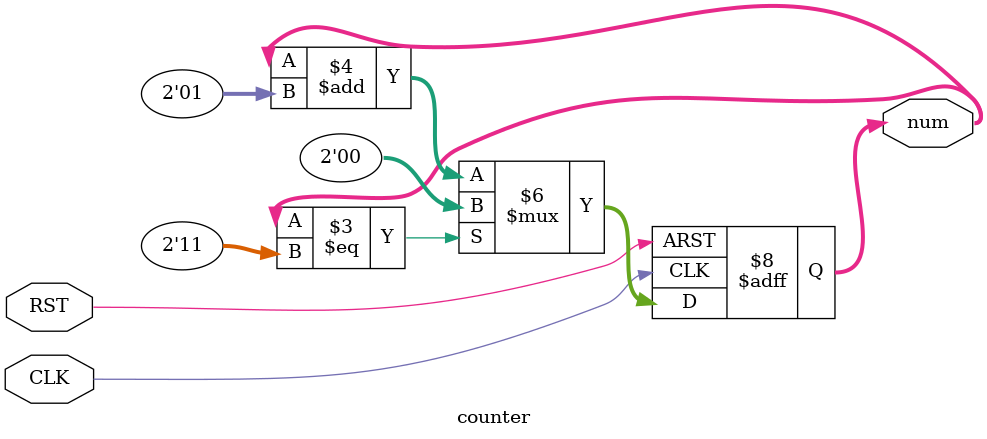
<source format=v>
`timescale 1ns / 1ps
module counter(
    input CLK, 
    input RST,
    output reg [1:0] num
);
    always@(posedge CLK or negedge RST) begin
        if(RST==0) num<=2'b00; 
        else begin
            if(num==2'b11)num<=2'b00;
            else num<=num+2'b01; 
        end
    end
endmodule
</source>
